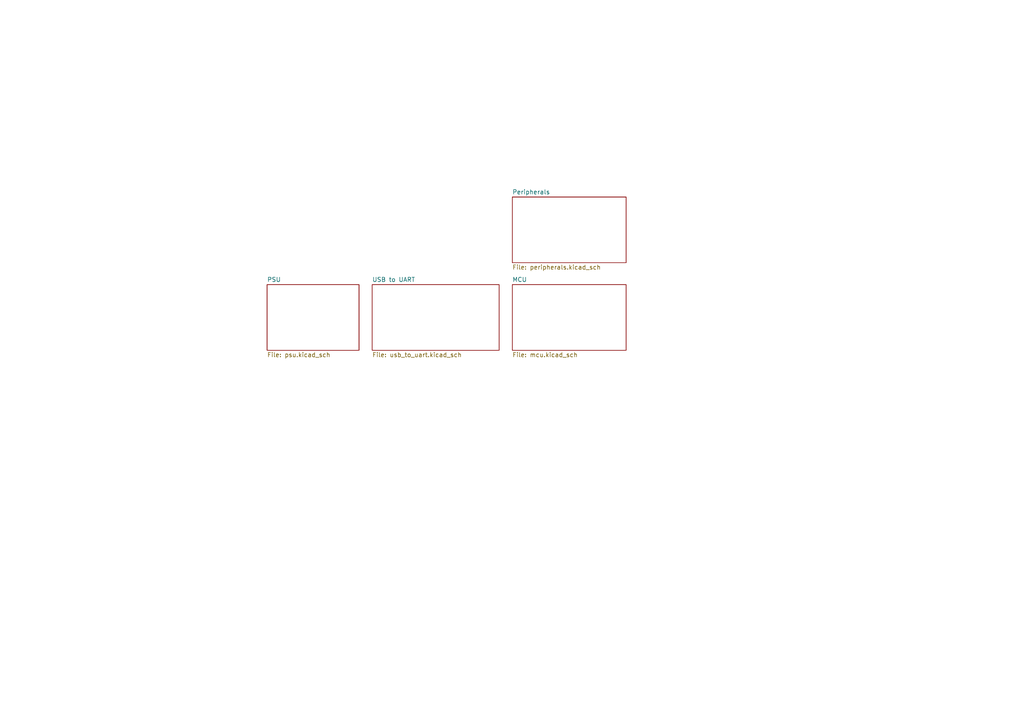
<source format=kicad_sch>
(kicad_sch
	(version 20250114)
	(generator "eeschema")
	(generator_version "9.0")
	(uuid "6145c444-0d27-4fdb-9313-38c69f0f0d28")
	(paper "A4")
	(lib_symbols)
	(sheet
		(at 77.47 82.55)
		(size 26.67 19.05)
		(exclude_from_sim no)
		(in_bom yes)
		(on_board yes)
		(dnp no)
		(fields_autoplaced yes)
		(stroke
			(width 0.1524)
			(type solid)
		)
		(fill
			(color 0 0 0 0.0000)
		)
		(uuid "321d35f5-c026-423b-b167-32539934691b")
		(property "Sheetname" "PSU"
			(at 77.47 81.8384 0)
			(effects
				(font
					(size 1.27 1.27)
				)
				(justify left bottom)
			)
		)
		(property "Sheetfile" "psu.kicad_sch"
			(at 77.47 102.1846 0)
			(effects
				(font
					(size 1.27 1.27)
				)
				(justify left top)
			)
		)
		(instances
			(project "intro_to_pcb"
				(path "/6145c444-0d27-4fdb-9313-38c69f0f0d28"
					(page "3")
				)
			)
		)
	)
	(sheet
		(at 148.59 82.55)
		(size 33.02 19.05)
		(exclude_from_sim no)
		(in_bom yes)
		(on_board yes)
		(dnp no)
		(fields_autoplaced yes)
		(stroke
			(width 0.1524)
			(type solid)
		)
		(fill
			(color 0 0 0 0.0000)
		)
		(uuid "5fde5ba9-f97d-48f2-89aa-0f3f413bc92f")
		(property "Sheetname" "MCU"
			(at 148.59 81.8384 0)
			(effects
				(font
					(size 1.27 1.27)
				)
				(justify left bottom)
			)
		)
		(property "Sheetfile" "mcu.kicad_sch"
			(at 148.59 102.1846 0)
			(effects
				(font
					(size 1.27 1.27)
				)
				(justify left top)
			)
		)
		(instances
			(project "intro_to_pcb"
				(path "/6145c444-0d27-4fdb-9313-38c69f0f0d28"
					(page "2")
				)
			)
		)
	)
	(sheet
		(at 107.95 82.55)
		(size 36.83 19.05)
		(exclude_from_sim no)
		(in_bom yes)
		(on_board yes)
		(dnp no)
		(fields_autoplaced yes)
		(stroke
			(width 0.1524)
			(type solid)
		)
		(fill
			(color 0 0 0 0.0000)
		)
		(uuid "74812ae6-df5d-4cfa-8515-281464d9d48a")
		(property "Sheetname" "USB to UART"
			(at 107.95 81.8384 0)
			(effects
				(font
					(size 1.27 1.27)
				)
				(justify left bottom)
			)
		)
		(property "Sheetfile" "usb_to_uart.kicad_sch"
			(at 107.95 102.1846 0)
			(effects
				(font
					(size 1.27 1.27)
				)
				(justify left top)
			)
		)
		(instances
			(project "intro_to_pcb"
				(path "/6145c444-0d27-4fdb-9313-38c69f0f0d28"
					(page "4")
				)
			)
		)
	)
	(sheet
		(at 148.59 57.15)
		(size 33.02 19.05)
		(exclude_from_sim no)
		(in_bom yes)
		(on_board yes)
		(dnp no)
		(fields_autoplaced yes)
		(stroke
			(width 0.1524)
			(type solid)
		)
		(fill
			(color 0 0 0 0.0000)
		)
		(uuid "86756c13-9fa5-4cc5-ac01-2141afcabbf0")
		(property "Sheetname" "Peripherals"
			(at 148.59 56.4384 0)
			(effects
				(font
					(size 1.27 1.27)
				)
				(justify left bottom)
			)
		)
		(property "Sheetfile" "peripherals.kicad_sch"
			(at 148.59 76.7846 0)
			(effects
				(font
					(size 1.27 1.27)
				)
				(justify left top)
			)
		)
		(instances
			(project "intro_to_pcb"
				(path "/6145c444-0d27-4fdb-9313-38c69f0f0d28"
					(page "5")
				)
			)
		)
	)
	(sheet_instances
		(path "/"
			(page "1")
		)
	)
	(embedded_fonts no)
)

</source>
